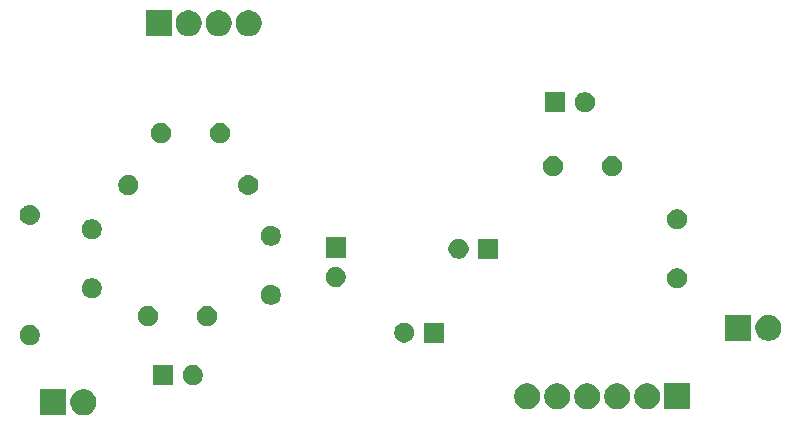
<source format=gbs>
G04 #@! TF.GenerationSoftware,KiCad,Pcbnew,(5.1.2)-1*
G04 #@! TF.CreationDate,2019-12-18T16:16:50-05:00*
G04 #@! TF.ProjectId,adcBoard,61646342-6f61-4726-942e-6b696361645f,rev?*
G04 #@! TF.SameCoordinates,Original*
G04 #@! TF.FileFunction,Soldermask,Bot*
G04 #@! TF.FilePolarity,Negative*
%FSLAX46Y46*%
G04 Gerber Fmt 4.6, Leading zero omitted, Abs format (unit mm)*
G04 Created by KiCad (PCBNEW (5.1.2)-1) date 2019-12-18 16:16:50*
%MOMM*%
%LPD*%
G04 APERTURE LIST*
%ADD10C,0.100000*%
G04 APERTURE END LIST*
D10*
G36*
X76754795Y-120320156D02*
G01*
X76861150Y-120341311D01*
X76950883Y-120378480D01*
X77061520Y-120424307D01*
X77241844Y-120544795D01*
X77395205Y-120698156D01*
X77515693Y-120878480D01*
X77598689Y-121078851D01*
X77641000Y-121291560D01*
X77641000Y-121508440D01*
X77598689Y-121721149D01*
X77515693Y-121921520D01*
X77395205Y-122101844D01*
X77241844Y-122255205D01*
X77061520Y-122375693D01*
X76861150Y-122458689D01*
X76754794Y-122479845D01*
X76648440Y-122501000D01*
X76431560Y-122501000D01*
X76325206Y-122479845D01*
X76218850Y-122458689D01*
X76018480Y-122375693D01*
X75838156Y-122255205D01*
X75684795Y-122101844D01*
X75564307Y-121921520D01*
X75481311Y-121721149D01*
X75439000Y-121508440D01*
X75439000Y-121291560D01*
X75481311Y-121078851D01*
X75564307Y-120878480D01*
X75684795Y-120698156D01*
X75838156Y-120544795D01*
X76018480Y-120424307D01*
X76129117Y-120378480D01*
X76218850Y-120341311D01*
X76325205Y-120320156D01*
X76431560Y-120299000D01*
X76648440Y-120299000D01*
X76754795Y-120320156D01*
X76754795Y-120320156D01*
G37*
G36*
X75101000Y-122501000D02*
G01*
X72899000Y-122501000D01*
X72899000Y-120299000D01*
X75101000Y-120299000D01*
X75101000Y-122501000D01*
X75101000Y-122501000D01*
G37*
G36*
X119394794Y-119820155D02*
G01*
X119501150Y-119841311D01*
X119701520Y-119924307D01*
X119881844Y-120044795D01*
X120035205Y-120198156D01*
X120155693Y-120378480D01*
X120238689Y-120578851D01*
X120281000Y-120791560D01*
X120281000Y-121008440D01*
X120238689Y-121221149D01*
X120155693Y-121421520D01*
X120035205Y-121601844D01*
X119881844Y-121755205D01*
X119701520Y-121875693D01*
X119601334Y-121917191D01*
X119501150Y-121958689D01*
X119394795Y-121979844D01*
X119288440Y-122001000D01*
X119071560Y-122001000D01*
X118965205Y-121979844D01*
X118858850Y-121958689D01*
X118758666Y-121917191D01*
X118658480Y-121875693D01*
X118478156Y-121755205D01*
X118324795Y-121601844D01*
X118204307Y-121421520D01*
X118121311Y-121221149D01*
X118079000Y-121008440D01*
X118079000Y-120791560D01*
X118121311Y-120578851D01*
X118204307Y-120378480D01*
X118324795Y-120198156D01*
X118478156Y-120044795D01*
X118658480Y-119924307D01*
X118858850Y-119841311D01*
X118965206Y-119820155D01*
X119071560Y-119799000D01*
X119288440Y-119799000D01*
X119394794Y-119820155D01*
X119394794Y-119820155D01*
G37*
G36*
X116854794Y-119820155D02*
G01*
X116961150Y-119841311D01*
X117161520Y-119924307D01*
X117341844Y-120044795D01*
X117495205Y-120198156D01*
X117615693Y-120378480D01*
X117698689Y-120578851D01*
X117741000Y-120791560D01*
X117741000Y-121008440D01*
X117698689Y-121221149D01*
X117615693Y-121421520D01*
X117495205Y-121601844D01*
X117341844Y-121755205D01*
X117161520Y-121875693D01*
X117061334Y-121917191D01*
X116961150Y-121958689D01*
X116854795Y-121979844D01*
X116748440Y-122001000D01*
X116531560Y-122001000D01*
X116425205Y-121979844D01*
X116318850Y-121958689D01*
X116218666Y-121917191D01*
X116118480Y-121875693D01*
X115938156Y-121755205D01*
X115784795Y-121601844D01*
X115664307Y-121421520D01*
X115581311Y-121221149D01*
X115539000Y-121008440D01*
X115539000Y-120791560D01*
X115581311Y-120578851D01*
X115664307Y-120378480D01*
X115784795Y-120198156D01*
X115938156Y-120044795D01*
X116118480Y-119924307D01*
X116318850Y-119841311D01*
X116425206Y-119820155D01*
X116531560Y-119799000D01*
X116748440Y-119799000D01*
X116854794Y-119820155D01*
X116854794Y-119820155D01*
G37*
G36*
X114314794Y-119820155D02*
G01*
X114421150Y-119841311D01*
X114621520Y-119924307D01*
X114801844Y-120044795D01*
X114955205Y-120198156D01*
X115075693Y-120378480D01*
X115158689Y-120578851D01*
X115201000Y-120791560D01*
X115201000Y-121008440D01*
X115158689Y-121221149D01*
X115075693Y-121421520D01*
X114955205Y-121601844D01*
X114801844Y-121755205D01*
X114621520Y-121875693D01*
X114521334Y-121917191D01*
X114421150Y-121958689D01*
X114314795Y-121979844D01*
X114208440Y-122001000D01*
X113991560Y-122001000D01*
X113885205Y-121979844D01*
X113778850Y-121958689D01*
X113678666Y-121917191D01*
X113578480Y-121875693D01*
X113398156Y-121755205D01*
X113244795Y-121601844D01*
X113124307Y-121421520D01*
X113041311Y-121221149D01*
X112999000Y-121008440D01*
X112999000Y-120791560D01*
X113041311Y-120578851D01*
X113124307Y-120378480D01*
X113244795Y-120198156D01*
X113398156Y-120044795D01*
X113578480Y-119924307D01*
X113778850Y-119841311D01*
X113885206Y-119820155D01*
X113991560Y-119799000D01*
X114208440Y-119799000D01*
X114314794Y-119820155D01*
X114314794Y-119820155D01*
G37*
G36*
X124474794Y-119820155D02*
G01*
X124581150Y-119841311D01*
X124781520Y-119924307D01*
X124961844Y-120044795D01*
X125115205Y-120198156D01*
X125235693Y-120378480D01*
X125318689Y-120578851D01*
X125361000Y-120791560D01*
X125361000Y-121008440D01*
X125318689Y-121221149D01*
X125235693Y-121421520D01*
X125115205Y-121601844D01*
X124961844Y-121755205D01*
X124781520Y-121875693D01*
X124681334Y-121917191D01*
X124581150Y-121958689D01*
X124474795Y-121979844D01*
X124368440Y-122001000D01*
X124151560Y-122001000D01*
X124045205Y-121979844D01*
X123938850Y-121958689D01*
X123838666Y-121917191D01*
X123738480Y-121875693D01*
X123558156Y-121755205D01*
X123404795Y-121601844D01*
X123284307Y-121421520D01*
X123201311Y-121221149D01*
X123159000Y-121008440D01*
X123159000Y-120791560D01*
X123201311Y-120578851D01*
X123284307Y-120378480D01*
X123404795Y-120198156D01*
X123558156Y-120044795D01*
X123738480Y-119924307D01*
X123938850Y-119841311D01*
X124045206Y-119820155D01*
X124151560Y-119799000D01*
X124368440Y-119799000D01*
X124474794Y-119820155D01*
X124474794Y-119820155D01*
G37*
G36*
X127901000Y-122001000D02*
G01*
X125699000Y-122001000D01*
X125699000Y-119799000D01*
X127901000Y-119799000D01*
X127901000Y-122001000D01*
X127901000Y-122001000D01*
G37*
G36*
X121934794Y-119820155D02*
G01*
X122041150Y-119841311D01*
X122241520Y-119924307D01*
X122421844Y-120044795D01*
X122575205Y-120198156D01*
X122695693Y-120378480D01*
X122778689Y-120578851D01*
X122821000Y-120791560D01*
X122821000Y-121008440D01*
X122778689Y-121221149D01*
X122695693Y-121421520D01*
X122575205Y-121601844D01*
X122421844Y-121755205D01*
X122241520Y-121875693D01*
X122141334Y-121917191D01*
X122041150Y-121958689D01*
X121934795Y-121979844D01*
X121828440Y-122001000D01*
X121611560Y-122001000D01*
X121505205Y-121979844D01*
X121398850Y-121958689D01*
X121298666Y-121917191D01*
X121198480Y-121875693D01*
X121018156Y-121755205D01*
X120864795Y-121601844D01*
X120744307Y-121421520D01*
X120661311Y-121221149D01*
X120619000Y-121008440D01*
X120619000Y-120791560D01*
X120661311Y-120578851D01*
X120744307Y-120378480D01*
X120864795Y-120198156D01*
X121018156Y-120044795D01*
X121198480Y-119924307D01*
X121398850Y-119841311D01*
X121505206Y-119820155D01*
X121611560Y-119799000D01*
X121828440Y-119799000D01*
X121934794Y-119820155D01*
X121934794Y-119820155D01*
G37*
G36*
X84151000Y-119951000D02*
G01*
X82449000Y-119951000D01*
X82449000Y-118249000D01*
X84151000Y-118249000D01*
X84151000Y-119951000D01*
X84151000Y-119951000D01*
G37*
G36*
X86048228Y-118281703D02*
G01*
X86203100Y-118345853D01*
X86342481Y-118438985D01*
X86461015Y-118557519D01*
X86554147Y-118696900D01*
X86618297Y-118851772D01*
X86651000Y-119016184D01*
X86651000Y-119183816D01*
X86618297Y-119348228D01*
X86554147Y-119503100D01*
X86461015Y-119642481D01*
X86342481Y-119761015D01*
X86203100Y-119854147D01*
X86048228Y-119918297D01*
X85883816Y-119951000D01*
X85716184Y-119951000D01*
X85551772Y-119918297D01*
X85396900Y-119854147D01*
X85257519Y-119761015D01*
X85138985Y-119642481D01*
X85045853Y-119503100D01*
X84981703Y-119348228D01*
X84949000Y-119183816D01*
X84949000Y-119016184D01*
X84981703Y-118851772D01*
X85045853Y-118696900D01*
X85138985Y-118557519D01*
X85257519Y-118438985D01*
X85396900Y-118345853D01*
X85551772Y-118281703D01*
X85716184Y-118249000D01*
X85883816Y-118249000D01*
X86048228Y-118281703D01*
X86048228Y-118281703D01*
G37*
G36*
X72248228Y-114881703D02*
G01*
X72403100Y-114945853D01*
X72542481Y-115038985D01*
X72661015Y-115157519D01*
X72754147Y-115296900D01*
X72818297Y-115451772D01*
X72851000Y-115616184D01*
X72851000Y-115783816D01*
X72818297Y-115948228D01*
X72754147Y-116103100D01*
X72661015Y-116242481D01*
X72542481Y-116361015D01*
X72403100Y-116454147D01*
X72248228Y-116518297D01*
X72083816Y-116551000D01*
X71916184Y-116551000D01*
X71751772Y-116518297D01*
X71596900Y-116454147D01*
X71457519Y-116361015D01*
X71338985Y-116242481D01*
X71245853Y-116103100D01*
X71181703Y-115948228D01*
X71149000Y-115783816D01*
X71149000Y-115616184D01*
X71181703Y-115451772D01*
X71245853Y-115296900D01*
X71338985Y-115157519D01*
X71457519Y-115038985D01*
X71596900Y-114945853D01*
X71751772Y-114881703D01*
X71916184Y-114849000D01*
X72083816Y-114849000D01*
X72248228Y-114881703D01*
X72248228Y-114881703D01*
G37*
G36*
X107051000Y-116351000D02*
G01*
X105349000Y-116351000D01*
X105349000Y-114649000D01*
X107051000Y-114649000D01*
X107051000Y-116351000D01*
X107051000Y-116351000D01*
G37*
G36*
X103948228Y-114681703D02*
G01*
X104103100Y-114745853D01*
X104242481Y-114838985D01*
X104361015Y-114957519D01*
X104454147Y-115096900D01*
X104518297Y-115251772D01*
X104551000Y-115416184D01*
X104551000Y-115583816D01*
X104518297Y-115748228D01*
X104454147Y-115903100D01*
X104361015Y-116042481D01*
X104242481Y-116161015D01*
X104103100Y-116254147D01*
X103948228Y-116318297D01*
X103783816Y-116351000D01*
X103616184Y-116351000D01*
X103451772Y-116318297D01*
X103296900Y-116254147D01*
X103157519Y-116161015D01*
X103038985Y-116042481D01*
X102945853Y-115903100D01*
X102881703Y-115748228D01*
X102849000Y-115583816D01*
X102849000Y-115416184D01*
X102881703Y-115251772D01*
X102945853Y-115096900D01*
X103038985Y-114957519D01*
X103157519Y-114838985D01*
X103296900Y-114745853D01*
X103451772Y-114681703D01*
X103616184Y-114649000D01*
X103783816Y-114649000D01*
X103948228Y-114681703D01*
X103948228Y-114681703D01*
G37*
G36*
X134734834Y-114016185D02*
G01*
X134861150Y-114041311D01*
X134961334Y-114082809D01*
X135061520Y-114124307D01*
X135241844Y-114244795D01*
X135395205Y-114398156D01*
X135515693Y-114578480D01*
X135542203Y-114642481D01*
X135585021Y-114745852D01*
X135598689Y-114778851D01*
X135641000Y-114991560D01*
X135641000Y-115208440D01*
X135623404Y-115296900D01*
X135599677Y-115416185D01*
X135598689Y-115421149D01*
X135515693Y-115621520D01*
X135395205Y-115801844D01*
X135241844Y-115955205D01*
X135061520Y-116075693D01*
X134995353Y-116103100D01*
X134861150Y-116158689D01*
X134849456Y-116161015D01*
X134648440Y-116201000D01*
X134431560Y-116201000D01*
X134230544Y-116161015D01*
X134218850Y-116158689D01*
X134084647Y-116103100D01*
X134018480Y-116075693D01*
X133838156Y-115955205D01*
X133684795Y-115801844D01*
X133564307Y-115621520D01*
X133481311Y-115421149D01*
X133480324Y-115416185D01*
X133456596Y-115296900D01*
X133439000Y-115208440D01*
X133439000Y-114991560D01*
X133481311Y-114778851D01*
X133494980Y-114745852D01*
X133537797Y-114642481D01*
X133564307Y-114578480D01*
X133684795Y-114398156D01*
X133838156Y-114244795D01*
X134018480Y-114124307D01*
X134118666Y-114082809D01*
X134218850Y-114041311D01*
X134345166Y-114016185D01*
X134431560Y-113999000D01*
X134648440Y-113999000D01*
X134734834Y-114016185D01*
X134734834Y-114016185D01*
G37*
G36*
X133101000Y-116201000D02*
G01*
X130899000Y-116201000D01*
X130899000Y-113999000D01*
X133101000Y-113999000D01*
X133101000Y-116201000D01*
X133101000Y-116201000D01*
G37*
G36*
X87248228Y-113281703D02*
G01*
X87403100Y-113345853D01*
X87542481Y-113438985D01*
X87661015Y-113557519D01*
X87754147Y-113696900D01*
X87818297Y-113851772D01*
X87851000Y-114016184D01*
X87851000Y-114183816D01*
X87818297Y-114348228D01*
X87754147Y-114503100D01*
X87661015Y-114642481D01*
X87542481Y-114761015D01*
X87403100Y-114854147D01*
X87248228Y-114918297D01*
X87083816Y-114951000D01*
X86916184Y-114951000D01*
X86751772Y-114918297D01*
X86596900Y-114854147D01*
X86457519Y-114761015D01*
X86338985Y-114642481D01*
X86245853Y-114503100D01*
X86181703Y-114348228D01*
X86149000Y-114183816D01*
X86149000Y-114016184D01*
X86181703Y-113851772D01*
X86245853Y-113696900D01*
X86338985Y-113557519D01*
X86457519Y-113438985D01*
X86596900Y-113345853D01*
X86751772Y-113281703D01*
X86916184Y-113249000D01*
X87083816Y-113249000D01*
X87248228Y-113281703D01*
X87248228Y-113281703D01*
G37*
G36*
X82248228Y-113281703D02*
G01*
X82403100Y-113345853D01*
X82542481Y-113438985D01*
X82661015Y-113557519D01*
X82754147Y-113696900D01*
X82818297Y-113851772D01*
X82851000Y-114016184D01*
X82851000Y-114183816D01*
X82818297Y-114348228D01*
X82754147Y-114503100D01*
X82661015Y-114642481D01*
X82542481Y-114761015D01*
X82403100Y-114854147D01*
X82248228Y-114918297D01*
X82083816Y-114951000D01*
X81916184Y-114951000D01*
X81751772Y-114918297D01*
X81596900Y-114854147D01*
X81457519Y-114761015D01*
X81338985Y-114642481D01*
X81245853Y-114503100D01*
X81181703Y-114348228D01*
X81149000Y-114183816D01*
X81149000Y-114016184D01*
X81181703Y-113851772D01*
X81245853Y-113696900D01*
X81338985Y-113557519D01*
X81457519Y-113438985D01*
X81596900Y-113345853D01*
X81751772Y-113281703D01*
X81916184Y-113249000D01*
X82083816Y-113249000D01*
X82248228Y-113281703D01*
X82248228Y-113281703D01*
G37*
G36*
X92648228Y-111481703D02*
G01*
X92803100Y-111545853D01*
X92942481Y-111638985D01*
X93061015Y-111757519D01*
X93154147Y-111896900D01*
X93218297Y-112051772D01*
X93251000Y-112216184D01*
X93251000Y-112383816D01*
X93218297Y-112548228D01*
X93154147Y-112703100D01*
X93061015Y-112842481D01*
X92942481Y-112961015D01*
X92803100Y-113054147D01*
X92648228Y-113118297D01*
X92483816Y-113151000D01*
X92316184Y-113151000D01*
X92151772Y-113118297D01*
X91996900Y-113054147D01*
X91857519Y-112961015D01*
X91738985Y-112842481D01*
X91645853Y-112703100D01*
X91581703Y-112548228D01*
X91549000Y-112383816D01*
X91549000Y-112216184D01*
X91581703Y-112051772D01*
X91645853Y-111896900D01*
X91738985Y-111757519D01*
X91857519Y-111638985D01*
X91996900Y-111545853D01*
X92151772Y-111481703D01*
X92316184Y-111449000D01*
X92483816Y-111449000D01*
X92648228Y-111481703D01*
X92648228Y-111481703D01*
G37*
G36*
X77498228Y-110931703D02*
G01*
X77653100Y-110995853D01*
X77792481Y-111088985D01*
X77911015Y-111207519D01*
X78004147Y-111346900D01*
X78068297Y-111501772D01*
X78101000Y-111666184D01*
X78101000Y-111833816D01*
X78068297Y-111998228D01*
X78004147Y-112153100D01*
X77911015Y-112292481D01*
X77792481Y-112411015D01*
X77653100Y-112504147D01*
X77498228Y-112568297D01*
X77333816Y-112601000D01*
X77166184Y-112601000D01*
X77001772Y-112568297D01*
X76846900Y-112504147D01*
X76707519Y-112411015D01*
X76588985Y-112292481D01*
X76495853Y-112153100D01*
X76431703Y-111998228D01*
X76399000Y-111833816D01*
X76399000Y-111666184D01*
X76431703Y-111501772D01*
X76495853Y-111346900D01*
X76588985Y-111207519D01*
X76707519Y-111088985D01*
X76846900Y-110995853D01*
X77001772Y-110931703D01*
X77166184Y-110899000D01*
X77333816Y-110899000D01*
X77498228Y-110931703D01*
X77498228Y-110931703D01*
G37*
G36*
X127048228Y-110081703D02*
G01*
X127203100Y-110145853D01*
X127342481Y-110238985D01*
X127461015Y-110357519D01*
X127554147Y-110496900D01*
X127618297Y-110651772D01*
X127651000Y-110816184D01*
X127651000Y-110983816D01*
X127618297Y-111148228D01*
X127554147Y-111303100D01*
X127461015Y-111442481D01*
X127342481Y-111561015D01*
X127203100Y-111654147D01*
X127048228Y-111718297D01*
X126883816Y-111751000D01*
X126716184Y-111751000D01*
X126551772Y-111718297D01*
X126396900Y-111654147D01*
X126257519Y-111561015D01*
X126138985Y-111442481D01*
X126045853Y-111303100D01*
X125981703Y-111148228D01*
X125949000Y-110983816D01*
X125949000Y-110816184D01*
X125981703Y-110651772D01*
X126045853Y-110496900D01*
X126138985Y-110357519D01*
X126257519Y-110238985D01*
X126396900Y-110145853D01*
X126551772Y-110081703D01*
X126716184Y-110049000D01*
X126883816Y-110049000D01*
X127048228Y-110081703D01*
X127048228Y-110081703D01*
G37*
G36*
X98148228Y-109981703D02*
G01*
X98303100Y-110045853D01*
X98442481Y-110138985D01*
X98561015Y-110257519D01*
X98654147Y-110396900D01*
X98718297Y-110551772D01*
X98751000Y-110716184D01*
X98751000Y-110883816D01*
X98718297Y-111048228D01*
X98654147Y-111203100D01*
X98561015Y-111342481D01*
X98442481Y-111461015D01*
X98303100Y-111554147D01*
X98148228Y-111618297D01*
X97983816Y-111651000D01*
X97816184Y-111651000D01*
X97651772Y-111618297D01*
X97496900Y-111554147D01*
X97357519Y-111461015D01*
X97238985Y-111342481D01*
X97145853Y-111203100D01*
X97081703Y-111048228D01*
X97049000Y-110883816D01*
X97049000Y-110716184D01*
X97081703Y-110551772D01*
X97145853Y-110396900D01*
X97238985Y-110257519D01*
X97357519Y-110138985D01*
X97496900Y-110045853D01*
X97651772Y-109981703D01*
X97816184Y-109949000D01*
X97983816Y-109949000D01*
X98148228Y-109981703D01*
X98148228Y-109981703D01*
G37*
G36*
X111651000Y-109251000D02*
G01*
X109949000Y-109251000D01*
X109949000Y-107549000D01*
X111651000Y-107549000D01*
X111651000Y-109251000D01*
X111651000Y-109251000D01*
G37*
G36*
X108548228Y-107581703D02*
G01*
X108703100Y-107645853D01*
X108842481Y-107738985D01*
X108961015Y-107857519D01*
X109054147Y-107996900D01*
X109118297Y-108151772D01*
X109151000Y-108316184D01*
X109151000Y-108483816D01*
X109118297Y-108648228D01*
X109054147Y-108803100D01*
X108961015Y-108942481D01*
X108842481Y-109061015D01*
X108703100Y-109154147D01*
X108548228Y-109218297D01*
X108383816Y-109251000D01*
X108216184Y-109251000D01*
X108051772Y-109218297D01*
X107896900Y-109154147D01*
X107757519Y-109061015D01*
X107638985Y-108942481D01*
X107545853Y-108803100D01*
X107481703Y-108648228D01*
X107449000Y-108483816D01*
X107449000Y-108316184D01*
X107481703Y-108151772D01*
X107545853Y-107996900D01*
X107638985Y-107857519D01*
X107757519Y-107738985D01*
X107896900Y-107645853D01*
X108051772Y-107581703D01*
X108216184Y-107549000D01*
X108383816Y-107549000D01*
X108548228Y-107581703D01*
X108548228Y-107581703D01*
G37*
G36*
X98751000Y-109151000D02*
G01*
X97049000Y-109151000D01*
X97049000Y-107449000D01*
X98751000Y-107449000D01*
X98751000Y-109151000D01*
X98751000Y-109151000D01*
G37*
G36*
X92648228Y-106481703D02*
G01*
X92803100Y-106545853D01*
X92942481Y-106638985D01*
X93061015Y-106757519D01*
X93154147Y-106896900D01*
X93218297Y-107051772D01*
X93251000Y-107216184D01*
X93251000Y-107383816D01*
X93218297Y-107548228D01*
X93154147Y-107703100D01*
X93061015Y-107842481D01*
X92942481Y-107961015D01*
X92803100Y-108054147D01*
X92648228Y-108118297D01*
X92483816Y-108151000D01*
X92316184Y-108151000D01*
X92151772Y-108118297D01*
X91996900Y-108054147D01*
X91857519Y-107961015D01*
X91738985Y-107842481D01*
X91645853Y-107703100D01*
X91581703Y-107548228D01*
X91549000Y-107383816D01*
X91549000Y-107216184D01*
X91581703Y-107051772D01*
X91645853Y-106896900D01*
X91738985Y-106757519D01*
X91857519Y-106638985D01*
X91996900Y-106545853D01*
X92151772Y-106481703D01*
X92316184Y-106449000D01*
X92483816Y-106449000D01*
X92648228Y-106481703D01*
X92648228Y-106481703D01*
G37*
G36*
X77498228Y-105931703D02*
G01*
X77653100Y-105995853D01*
X77792481Y-106088985D01*
X77911015Y-106207519D01*
X78004147Y-106346900D01*
X78068297Y-106501772D01*
X78101000Y-106666184D01*
X78101000Y-106833816D01*
X78068297Y-106998228D01*
X78004147Y-107153100D01*
X77911015Y-107292481D01*
X77792481Y-107411015D01*
X77653100Y-107504147D01*
X77498228Y-107568297D01*
X77333816Y-107601000D01*
X77166184Y-107601000D01*
X77001772Y-107568297D01*
X76846900Y-107504147D01*
X76707519Y-107411015D01*
X76588985Y-107292481D01*
X76495853Y-107153100D01*
X76431703Y-106998228D01*
X76399000Y-106833816D01*
X76399000Y-106666184D01*
X76431703Y-106501772D01*
X76495853Y-106346900D01*
X76588985Y-106207519D01*
X76707519Y-106088985D01*
X76846900Y-105995853D01*
X77001772Y-105931703D01*
X77166184Y-105899000D01*
X77333816Y-105899000D01*
X77498228Y-105931703D01*
X77498228Y-105931703D01*
G37*
G36*
X127048228Y-105081703D02*
G01*
X127203100Y-105145853D01*
X127342481Y-105238985D01*
X127461015Y-105357519D01*
X127554147Y-105496900D01*
X127618297Y-105651772D01*
X127651000Y-105816184D01*
X127651000Y-105983816D01*
X127618297Y-106148228D01*
X127554147Y-106303100D01*
X127461015Y-106442481D01*
X127342481Y-106561015D01*
X127203100Y-106654147D01*
X127048228Y-106718297D01*
X126883816Y-106751000D01*
X126716184Y-106751000D01*
X126551772Y-106718297D01*
X126396900Y-106654147D01*
X126257519Y-106561015D01*
X126138985Y-106442481D01*
X126045853Y-106303100D01*
X125981703Y-106148228D01*
X125949000Y-105983816D01*
X125949000Y-105816184D01*
X125981703Y-105651772D01*
X126045853Y-105496900D01*
X126138985Y-105357519D01*
X126257519Y-105238985D01*
X126396900Y-105145853D01*
X126551772Y-105081703D01*
X126716184Y-105049000D01*
X126883816Y-105049000D01*
X127048228Y-105081703D01*
X127048228Y-105081703D01*
G37*
G36*
X72166823Y-104701313D02*
G01*
X72327242Y-104749976D01*
X72459906Y-104820886D01*
X72475078Y-104828996D01*
X72604659Y-104935341D01*
X72711004Y-105064922D01*
X72711005Y-105064924D01*
X72790024Y-105212758D01*
X72838687Y-105373177D01*
X72855117Y-105540000D01*
X72838687Y-105706823D01*
X72790024Y-105867242D01*
X72727714Y-105983815D01*
X72711004Y-106015078D01*
X72604659Y-106144659D01*
X72475078Y-106251004D01*
X72475076Y-106251005D01*
X72327242Y-106330024D01*
X72166823Y-106378687D01*
X72041804Y-106391000D01*
X71958196Y-106391000D01*
X71833177Y-106378687D01*
X71672758Y-106330024D01*
X71524924Y-106251005D01*
X71524922Y-106251004D01*
X71395341Y-106144659D01*
X71288996Y-106015078D01*
X71272286Y-105983815D01*
X71209976Y-105867242D01*
X71161313Y-105706823D01*
X71144883Y-105540000D01*
X71161313Y-105373177D01*
X71209976Y-105212758D01*
X71288995Y-105064924D01*
X71288996Y-105064922D01*
X71395341Y-104935341D01*
X71524922Y-104828996D01*
X71540094Y-104820886D01*
X71672758Y-104749976D01*
X71833177Y-104701313D01*
X71958196Y-104689000D01*
X72041804Y-104689000D01*
X72166823Y-104701313D01*
X72166823Y-104701313D01*
G37*
G36*
X80588228Y-102181703D02*
G01*
X80743100Y-102245853D01*
X80882481Y-102338985D01*
X81001015Y-102457519D01*
X81094147Y-102596900D01*
X81158297Y-102751772D01*
X81191000Y-102916184D01*
X81191000Y-103083816D01*
X81158297Y-103248228D01*
X81094147Y-103403100D01*
X81001015Y-103542481D01*
X80882481Y-103661015D01*
X80743100Y-103754147D01*
X80588228Y-103818297D01*
X80423816Y-103851000D01*
X80256184Y-103851000D01*
X80091772Y-103818297D01*
X79936900Y-103754147D01*
X79797519Y-103661015D01*
X79678985Y-103542481D01*
X79585853Y-103403100D01*
X79521703Y-103248228D01*
X79489000Y-103083816D01*
X79489000Y-102916184D01*
X79521703Y-102751772D01*
X79585853Y-102596900D01*
X79678985Y-102457519D01*
X79797519Y-102338985D01*
X79936900Y-102245853D01*
X80091772Y-102181703D01*
X80256184Y-102149000D01*
X80423816Y-102149000D01*
X80588228Y-102181703D01*
X80588228Y-102181703D01*
G37*
G36*
X90666823Y-102161313D02*
G01*
X90827242Y-102209976D01*
X90894361Y-102245852D01*
X90975078Y-102288996D01*
X91104659Y-102395341D01*
X91211004Y-102524922D01*
X91211005Y-102524924D01*
X91290024Y-102672758D01*
X91338687Y-102833177D01*
X91355117Y-103000000D01*
X91338687Y-103166823D01*
X91290024Y-103327242D01*
X91249477Y-103403100D01*
X91211004Y-103475078D01*
X91104659Y-103604659D01*
X90975078Y-103711004D01*
X90975076Y-103711005D01*
X90827242Y-103790024D01*
X90666823Y-103838687D01*
X90541804Y-103851000D01*
X90458196Y-103851000D01*
X90333177Y-103838687D01*
X90172758Y-103790024D01*
X90024924Y-103711005D01*
X90024922Y-103711004D01*
X89895341Y-103604659D01*
X89788996Y-103475078D01*
X89750523Y-103403100D01*
X89709976Y-103327242D01*
X89661313Y-103166823D01*
X89644883Y-103000000D01*
X89661313Y-102833177D01*
X89709976Y-102672758D01*
X89788995Y-102524924D01*
X89788996Y-102524922D01*
X89895341Y-102395341D01*
X90024922Y-102288996D01*
X90105639Y-102245852D01*
X90172758Y-102209976D01*
X90333177Y-102161313D01*
X90458196Y-102149000D01*
X90541804Y-102149000D01*
X90666823Y-102161313D01*
X90666823Y-102161313D01*
G37*
G36*
X121548228Y-100581703D02*
G01*
X121703100Y-100645853D01*
X121842481Y-100738985D01*
X121961015Y-100857519D01*
X122054147Y-100996900D01*
X122118297Y-101151772D01*
X122151000Y-101316184D01*
X122151000Y-101483816D01*
X122118297Y-101648228D01*
X122054147Y-101803100D01*
X121961015Y-101942481D01*
X121842481Y-102061015D01*
X121703100Y-102154147D01*
X121548228Y-102218297D01*
X121383816Y-102251000D01*
X121216184Y-102251000D01*
X121051772Y-102218297D01*
X120896900Y-102154147D01*
X120757519Y-102061015D01*
X120638985Y-101942481D01*
X120545853Y-101803100D01*
X120481703Y-101648228D01*
X120449000Y-101483816D01*
X120449000Y-101316184D01*
X120481703Y-101151772D01*
X120545853Y-100996900D01*
X120638985Y-100857519D01*
X120757519Y-100738985D01*
X120896900Y-100645853D01*
X121051772Y-100581703D01*
X121216184Y-100549000D01*
X121383816Y-100549000D01*
X121548228Y-100581703D01*
X121548228Y-100581703D01*
G37*
G36*
X116548228Y-100581703D02*
G01*
X116703100Y-100645853D01*
X116842481Y-100738985D01*
X116961015Y-100857519D01*
X117054147Y-100996900D01*
X117118297Y-101151772D01*
X117151000Y-101316184D01*
X117151000Y-101483816D01*
X117118297Y-101648228D01*
X117054147Y-101803100D01*
X116961015Y-101942481D01*
X116842481Y-102061015D01*
X116703100Y-102154147D01*
X116548228Y-102218297D01*
X116383816Y-102251000D01*
X116216184Y-102251000D01*
X116051772Y-102218297D01*
X115896900Y-102154147D01*
X115757519Y-102061015D01*
X115638985Y-101942481D01*
X115545853Y-101803100D01*
X115481703Y-101648228D01*
X115449000Y-101483816D01*
X115449000Y-101316184D01*
X115481703Y-101151772D01*
X115545853Y-100996900D01*
X115638985Y-100857519D01*
X115757519Y-100738985D01*
X115896900Y-100645853D01*
X116051772Y-100581703D01*
X116216184Y-100549000D01*
X116383816Y-100549000D01*
X116548228Y-100581703D01*
X116548228Y-100581703D01*
G37*
G36*
X88348228Y-97781703D02*
G01*
X88503100Y-97845853D01*
X88642481Y-97938985D01*
X88761015Y-98057519D01*
X88854147Y-98196900D01*
X88918297Y-98351772D01*
X88951000Y-98516184D01*
X88951000Y-98683816D01*
X88918297Y-98848228D01*
X88854147Y-99003100D01*
X88761015Y-99142481D01*
X88642481Y-99261015D01*
X88503100Y-99354147D01*
X88348228Y-99418297D01*
X88183816Y-99451000D01*
X88016184Y-99451000D01*
X87851772Y-99418297D01*
X87696900Y-99354147D01*
X87557519Y-99261015D01*
X87438985Y-99142481D01*
X87345853Y-99003100D01*
X87281703Y-98848228D01*
X87249000Y-98683816D01*
X87249000Y-98516184D01*
X87281703Y-98351772D01*
X87345853Y-98196900D01*
X87438985Y-98057519D01*
X87557519Y-97938985D01*
X87696900Y-97845853D01*
X87851772Y-97781703D01*
X88016184Y-97749000D01*
X88183816Y-97749000D01*
X88348228Y-97781703D01*
X88348228Y-97781703D01*
G37*
G36*
X83348228Y-97781703D02*
G01*
X83503100Y-97845853D01*
X83642481Y-97938985D01*
X83761015Y-98057519D01*
X83854147Y-98196900D01*
X83918297Y-98351772D01*
X83951000Y-98516184D01*
X83951000Y-98683816D01*
X83918297Y-98848228D01*
X83854147Y-99003100D01*
X83761015Y-99142481D01*
X83642481Y-99261015D01*
X83503100Y-99354147D01*
X83348228Y-99418297D01*
X83183816Y-99451000D01*
X83016184Y-99451000D01*
X82851772Y-99418297D01*
X82696900Y-99354147D01*
X82557519Y-99261015D01*
X82438985Y-99142481D01*
X82345853Y-99003100D01*
X82281703Y-98848228D01*
X82249000Y-98683816D01*
X82249000Y-98516184D01*
X82281703Y-98351772D01*
X82345853Y-98196900D01*
X82438985Y-98057519D01*
X82557519Y-97938985D01*
X82696900Y-97845853D01*
X82851772Y-97781703D01*
X83016184Y-97749000D01*
X83183816Y-97749000D01*
X83348228Y-97781703D01*
X83348228Y-97781703D01*
G37*
G36*
X119248228Y-95181703D02*
G01*
X119403100Y-95245853D01*
X119542481Y-95338985D01*
X119661015Y-95457519D01*
X119754147Y-95596900D01*
X119818297Y-95751772D01*
X119851000Y-95916184D01*
X119851000Y-96083816D01*
X119818297Y-96248228D01*
X119754147Y-96403100D01*
X119661015Y-96542481D01*
X119542481Y-96661015D01*
X119403100Y-96754147D01*
X119248228Y-96818297D01*
X119083816Y-96851000D01*
X118916184Y-96851000D01*
X118751772Y-96818297D01*
X118596900Y-96754147D01*
X118457519Y-96661015D01*
X118338985Y-96542481D01*
X118245853Y-96403100D01*
X118181703Y-96248228D01*
X118149000Y-96083816D01*
X118149000Y-95916184D01*
X118181703Y-95751772D01*
X118245853Y-95596900D01*
X118338985Y-95457519D01*
X118457519Y-95338985D01*
X118596900Y-95245853D01*
X118751772Y-95181703D01*
X118916184Y-95149000D01*
X119083816Y-95149000D01*
X119248228Y-95181703D01*
X119248228Y-95181703D01*
G37*
G36*
X117351000Y-96851000D02*
G01*
X115649000Y-96851000D01*
X115649000Y-95149000D01*
X117351000Y-95149000D01*
X117351000Y-96851000D01*
X117351000Y-96851000D01*
G37*
G36*
X90734794Y-88220155D02*
G01*
X90841150Y-88241311D01*
X91041520Y-88324307D01*
X91221844Y-88444795D01*
X91375205Y-88598156D01*
X91495693Y-88778480D01*
X91578689Y-88978851D01*
X91621000Y-89191560D01*
X91621000Y-89408440D01*
X91578689Y-89621149D01*
X91495693Y-89821520D01*
X91375205Y-90001844D01*
X91221844Y-90155205D01*
X91041520Y-90275693D01*
X90941334Y-90317191D01*
X90841150Y-90358689D01*
X90734795Y-90379844D01*
X90628440Y-90401000D01*
X90411560Y-90401000D01*
X90305205Y-90379844D01*
X90198850Y-90358689D01*
X90098666Y-90317191D01*
X89998480Y-90275693D01*
X89818156Y-90155205D01*
X89664795Y-90001844D01*
X89544307Y-89821520D01*
X89461311Y-89621149D01*
X89419000Y-89408440D01*
X89419000Y-89191560D01*
X89461311Y-88978851D01*
X89544307Y-88778480D01*
X89664795Y-88598156D01*
X89818156Y-88444795D01*
X89998480Y-88324307D01*
X90198850Y-88241311D01*
X90305206Y-88220155D01*
X90411560Y-88199000D01*
X90628440Y-88199000D01*
X90734794Y-88220155D01*
X90734794Y-88220155D01*
G37*
G36*
X88194794Y-88220155D02*
G01*
X88301150Y-88241311D01*
X88501520Y-88324307D01*
X88681844Y-88444795D01*
X88835205Y-88598156D01*
X88955693Y-88778480D01*
X89038689Y-88978851D01*
X89081000Y-89191560D01*
X89081000Y-89408440D01*
X89038689Y-89621149D01*
X88955693Y-89821520D01*
X88835205Y-90001844D01*
X88681844Y-90155205D01*
X88501520Y-90275693D01*
X88401334Y-90317191D01*
X88301150Y-90358689D01*
X88194795Y-90379844D01*
X88088440Y-90401000D01*
X87871560Y-90401000D01*
X87765205Y-90379844D01*
X87658850Y-90358689D01*
X87558666Y-90317191D01*
X87458480Y-90275693D01*
X87278156Y-90155205D01*
X87124795Y-90001844D01*
X87004307Y-89821520D01*
X86921311Y-89621149D01*
X86879000Y-89408440D01*
X86879000Y-89191560D01*
X86921311Y-88978851D01*
X87004307Y-88778480D01*
X87124795Y-88598156D01*
X87278156Y-88444795D01*
X87458480Y-88324307D01*
X87658850Y-88241311D01*
X87765206Y-88220155D01*
X87871560Y-88199000D01*
X88088440Y-88199000D01*
X88194794Y-88220155D01*
X88194794Y-88220155D01*
G37*
G36*
X85654794Y-88220155D02*
G01*
X85761150Y-88241311D01*
X85961520Y-88324307D01*
X86141844Y-88444795D01*
X86295205Y-88598156D01*
X86415693Y-88778480D01*
X86498689Y-88978851D01*
X86541000Y-89191560D01*
X86541000Y-89408440D01*
X86498689Y-89621149D01*
X86415693Y-89821520D01*
X86295205Y-90001844D01*
X86141844Y-90155205D01*
X85961520Y-90275693D01*
X85861334Y-90317191D01*
X85761150Y-90358689D01*
X85654795Y-90379844D01*
X85548440Y-90401000D01*
X85331560Y-90401000D01*
X85225205Y-90379844D01*
X85118850Y-90358689D01*
X85018666Y-90317191D01*
X84918480Y-90275693D01*
X84738156Y-90155205D01*
X84584795Y-90001844D01*
X84464307Y-89821520D01*
X84381311Y-89621149D01*
X84339000Y-89408440D01*
X84339000Y-89191560D01*
X84381311Y-88978851D01*
X84464307Y-88778480D01*
X84584795Y-88598156D01*
X84738156Y-88444795D01*
X84918480Y-88324307D01*
X85118850Y-88241311D01*
X85225206Y-88220155D01*
X85331560Y-88199000D01*
X85548440Y-88199000D01*
X85654794Y-88220155D01*
X85654794Y-88220155D01*
G37*
G36*
X84001000Y-90401000D02*
G01*
X81799000Y-90401000D01*
X81799000Y-88199000D01*
X84001000Y-88199000D01*
X84001000Y-90401000D01*
X84001000Y-90401000D01*
G37*
M02*

</source>
